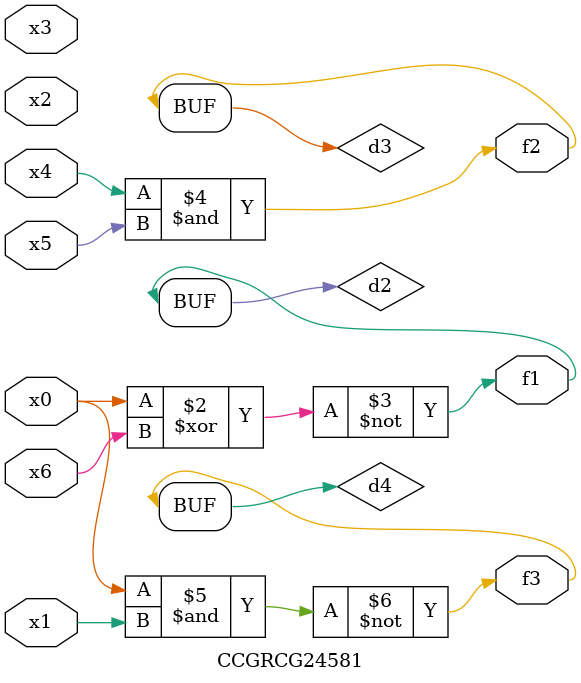
<source format=v>
module CCGRCG24581(
	input x0, x1, x2, x3, x4, x5, x6,
	output f1, f2, f3
);

	wire d1, d2, d3, d4;

	nor (d1, x0);
	xnor (d2, x0, x6);
	and (d3, x4, x5);
	nand (d4, x0, x1);
	assign f1 = d2;
	assign f2 = d3;
	assign f3 = d4;
endmodule

</source>
